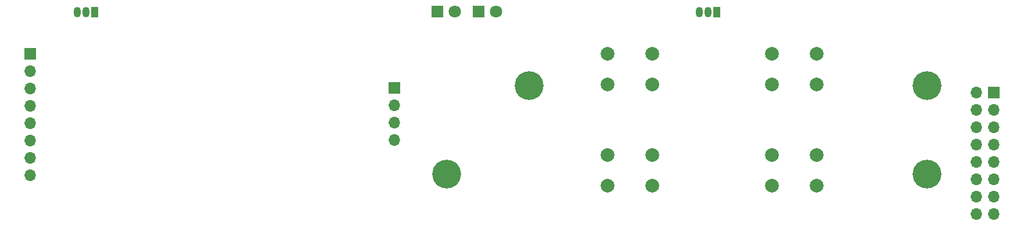
<source format=gbs>
G04 #@! TF.GenerationSoftware,KiCad,Pcbnew,(5.99.0-10527-gaaffd0c137)*
G04 #@! TF.CreationDate,2021-08-05T16:46:22-04:00*
G04 #@! TF.ProjectId,miBlackSVR_Top,6d69426c-6163-46b5-9356-525f546f702e,rev?*
G04 #@! TF.SameCoordinates,Original*
G04 #@! TF.FileFunction,Soldermask,Bot*
G04 #@! TF.FilePolarity,Negative*
%FSLAX46Y46*%
G04 Gerber Fmt 4.6, Leading zero omitted, Abs format (unit mm)*
G04 Created by KiCad (PCBNEW (5.99.0-10527-gaaffd0c137)) date 2021-08-05 16:46:22*
%MOMM*%
%LPD*%
G01*
G04 APERTURE LIST*
%ADD10C,2.000000*%
%ADD11C,4.203200*%
%ADD12R,1.800000X1.800000*%
%ADD13C,1.800000*%
%ADD14R,1.700000X1.700000*%
%ADD15O,1.700000X1.700000*%
%ADD16R,1.050000X1.500000*%
%ADD17O,1.050000X1.500000*%
G04 APERTURE END LIST*
D10*
X243000000Y-88850000D03*
X236500000Y-88850000D03*
X236500000Y-93350000D03*
X243000000Y-93350000D03*
D11*
X259100000Y-78700000D03*
X201100000Y-78700000D03*
D12*
X187775000Y-67900000D03*
D13*
X190315000Y-67900000D03*
D14*
X181450000Y-79110000D03*
D15*
X181450000Y-81650000D03*
X181450000Y-84190000D03*
X181450000Y-86730000D03*
D10*
X219050000Y-74100000D03*
X212550000Y-74100000D03*
X212550000Y-78600000D03*
X219050000Y-78600000D03*
D14*
X128400000Y-74035000D03*
D15*
X128400000Y-76575000D03*
X128400000Y-79115000D03*
X128400000Y-81655000D03*
X128400000Y-84195000D03*
X128400000Y-86735000D03*
X128400000Y-89275000D03*
X128400000Y-91815000D03*
D10*
X219050000Y-88850000D03*
X212550000Y-88850000D03*
X219050000Y-93350000D03*
X212550000Y-93350000D03*
X243000000Y-74100000D03*
X236500000Y-74100000D03*
X236500000Y-78600000D03*
X243000000Y-78600000D03*
D11*
X259100000Y-91700000D03*
X189100000Y-91700000D03*
D12*
X193787500Y-67900000D03*
D13*
X196327500Y-67900000D03*
D14*
X268840000Y-79720000D03*
D15*
X266300000Y-79720000D03*
X268840000Y-82260000D03*
X266300000Y-82260000D03*
X268840000Y-84800000D03*
X266300000Y-84800000D03*
X268840000Y-87340000D03*
X266300000Y-87340000D03*
X268840000Y-89880000D03*
X266300000Y-89880000D03*
X268840000Y-92420000D03*
X266300000Y-92420000D03*
X268840000Y-94960000D03*
X266300000Y-94960000D03*
X268840000Y-97500000D03*
X266300000Y-97500000D03*
D16*
X137800000Y-68000000D03*
D17*
X136530000Y-68000000D03*
X135260000Y-68000000D03*
D16*
X228500000Y-68000000D03*
D17*
X227230000Y-68000000D03*
X225960000Y-68000000D03*
M02*

</source>
